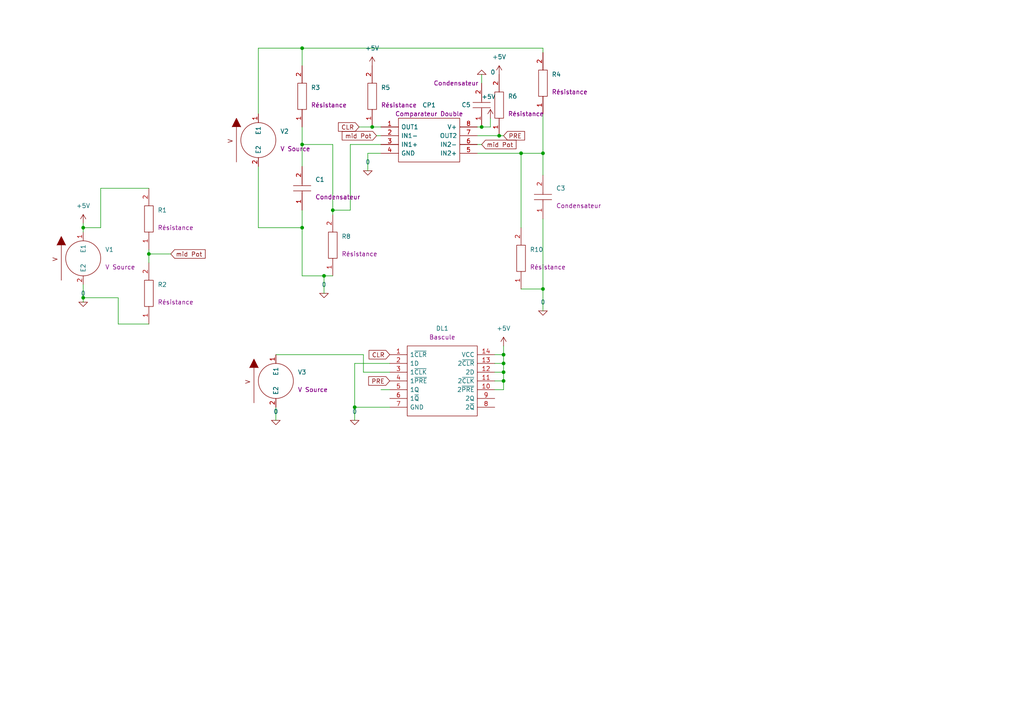
<source format=kicad_sch>
(kicad_sch (version 20211123) (generator eeschema)
  (paper "A4")
  (lib_symbols
    (symbol "EPSA_lib:Bascule D SN74HCS72QDRQ1" (pin_names (offset 0.762))
      (property "Reference" "DL" (at 38.1 8.89 0))
      (property "Render Name" "Bascule" (at 15.24 3.81 0))
      (symbol "Bascule D SN74HCS72QDRQ1_0_0"
        (pin passive line (at 0 0 0) (length 5.08) (name "1~{CLR}") (number "1"))
        (pin passive line (at 30.48 -10.16 180) (length 5.08) (name "2~{PRE}") (number "10"))
        (pin passive line (at 30.48 -7.62 180) (length 5.08) (name "2~{CLK}") (number "11"))
        (pin passive line (at 30.48 -5.08 180) (length 5.08) (name "2D") (number "12"))
        (pin passive line (at 30.48 -2.54 180) (length 5.08) (name "2~{CLR}") (number "13"))
        (pin passive line (at 30.48 0 180) (length 5.08) (name "VCC") (number "14"))
        (pin passive line (at 0 -2.54 0) (length 5.08) (name "1D") (number "2"))
        (pin passive line (at 0 -5.08 0) (length 5.08) (name "1~{CLK}") (number "3"))
        (pin passive line (at 0 -7.62 0) (length 5.08) (name "1~{PRE}") (number "4"))
        (pin passive line (at 0 -10.16 0) (length 5.08) (name "1Q") (number "5"))
        (pin passive line (at 0 -12.7 0) (length 5.08) (name "1~{Q}") (number "6"))
        (pin passive line (at 0 -15.24 0) (length 5.08) (name "GND") (number "7"))
        (pin passive line (at 30.48 -15.24 180) (length 5.08) (name "2~{Q}") (number "8"))
        (pin passive line (at 30.48 -12.7 180) (length 5.08) (name "2Q") (number "9"))
      )
      (symbol "Bascule D SN74HCS72QDRQ1_0_1"
        (polyline (pts (xy 5.08 2.54) (xy 25.4 2.54) (xy 25.4 -17.78) (xy 5.08 -17.78) (xy 5.08 2.54)) (stroke (width 0.1524)))
      )
    )
    (symbol "EPSA_lib:Comparateur Double LM393LVDR" (pin_names (offset 0.762))
      (property "Reference" "CP" (at 35.56 8.89 0))
      (property "Render Name" "Comparateur Double" (at 13.97 3.81 0))
      (symbol "Comparateur Double LM393LVDR_0_0"
        (pin passive line (at 0 0 0) (length 5.08) (name "OUT1") (number "1"))
        (pin passive line (at 0 -2.54 0) (length 5.08) (name "IN1-") (number "2"))
        (pin passive line (at 0 -5.08 0) (length 5.08) (name "IN1+") (number "3"))
        (pin passive line (at 0 -7.62 0) (length 5.08) (name "GND") (number "4"))
        (pin passive line (at 27.94 -7.62 180) (length 5.08) (name "IN2+") (number "5"))
        (pin passive line (at 27.94 -5.08 180) (length 5.08) (name "IN2-") (number "6"))
        (pin passive line (at 27.94 -2.54 180) (length 5.08) (name "OUT2") (number "7"))
        (pin passive line (at 27.94 0 180) (length 5.08) (name "V+") (number "8"))
      )
      (symbol "Comparateur Double LM393LVDR_0_1"
        (polyline (pts (xy 5.08 2.54) (xy 22.86 2.54) (xy 22.86 -10.16) (xy 5.08 -10.16) (xy 5.08 2.54)) (stroke (width 0.1524)))
      )
    )
    (symbol "EPSA_lib:Condensateur 0805Y1000104JXT" (pin_names (offset 0.762))
      (property "Reference" "C" (at 20.32 5.08 0))
      (property "Spice_Model" "10" (at 5.08 6.35 0))
      (property "Render Name" "Condensateur" (at 6.35 3.81 0))
      (symbol "Condensateur 0805Y1000104JXT_0_0"
        (pin passive line (at 0 0 0) (length 5.08) (name "~") (number "1"))
        (pin passive line (at 12.7 0 180) (length 5.08) (name "~") (number "2"))
      )
      (symbol "Condensateur 0805Y1000104JXT_0_1"
        (polyline (pts (xy 5.08 0) (xy 5.588 0)) (stroke (width 0.1524)))
        (polyline (pts (xy 5.588 2.54) (xy 5.588 -2.54)) (stroke (width 0.1524)))
        (polyline (pts (xy 7.112 0) (xy 7.62 0)) (stroke (width 0.1524)))
        (polyline (pts (xy 7.112 2.54) (xy 7.112 -2.54)) (stroke (width 0.1524)))
      )
    )
    (symbol "EPSA_lib:Résistance RK73H2BLTDD2152F" (pin_names (offset 0.762))
      (property "Reference" "R" (at 25.4 5.08 0))
      (property "Spice_Model" "10" (at 7.62 5.08 0))
      (property "Render Name" "Résistance" (at 8.89 2.54 0))
      (symbol "Résistance RK73H2BLTDD2152F_0_0"
        (pin passive line (at 0 0 0) (length 5.08) (name "~") (number "1"))
        (pin passive line (at 17.78 0 180) (length 5.08) (name "~") (number "2"))
      )
      (symbol "Résistance RK73H2BLTDD2152F_0_1"
        (polyline (pts (xy 5.08 1.27) (xy 12.7 1.27) (xy 12.7 -1.27) (xy 5.08 -1.27) (xy 5.08 1.27)) (stroke (width 0.1524)))
      )
    )
    (symbol "EPSA_lib:VSOURCE" (pin_names (offset 1.016)) (in_bom no) (on_board no)
      (property "Reference" "V" (at 8.89 12.7 0))
      (property "Spice_Model" "dc 5" (at -1.27 12.7 0))
      (property "Render Name" "V Source" (at -1.27 10.16 0))
      (symbol "VSOURCE_0_1"
        (circle (center -1.27 0) (radius 5.08))
        (polyline (pts (xy -7.62 6.35) (xy 2.54 6.35)) (fill (type outline)))
        (polyline (pts (xy 2.54 7.62) (xy 5.08 6.35) (xy 2.54 5.08)) (fill (type outline)))
        (text "V" (at -1.524 8.128 0) (effects (font (size 1.27 1.27))))
      )
      (symbol "VSOURCE_1_1"
        (pin input line (at 6.35 0 180) (length 2.54) (name "E1") (number "1"))
        (pin input line (at -8.89 0 0) (length 2.54) (name "E2") (number "2"))
      )
    )
    (symbol "power:+5V" (power) (pin_names (offset 0))
      (property "Value" "+5V" (at 0 3.556 0))
      (symbol "+5V_0_1"
        (polyline (pts (xy -0.762 1.27) (xy 0 2.54)))
        (polyline (pts (xy 0 0) (xy 0 2.54)))
        (polyline (pts (xy 0 2.54) (xy 0.762 1.27)))
      )
      (symbol "+5V_1_1"
        (pin power_in line (at 0 0 90) (length 0) hide (name "+5V") (number "1"))
      )
    )
    (symbol "pspice:0" (power) (pin_names (offset 0))
      (property "Value" "0" (at 0 -1.778 0))
      (symbol "0_0_1"
        (polyline (pts (xy -1.27 0) (xy 0 -1.27) (xy 1.27 0) (xy -1.27 0)))
      )
      (symbol "0_1_1"
        (pin power_in line (at 0 0 0) (length 0) hide (name "0") (number "1"))
      )
    )
  )
  (junction (at 146.05 102.87))
  (junction (at 151.13 44.45))
  (junction (at 144.78 39.37))
  (junction (at 157.48 83.82))
  (junction (at 93.98 80.01))
  (junction (at 102.87 118.11))
  (junction (at 146.05 105.41))
  (junction (at 107.95 36.83))
  (junction (at 139.7 36.83))
  (junction (at 146.05 107.95))
  (junction (at 96.52 60.96))
  (junction (at 87.63 13.97))
  (junction (at 87.63 66.04))
  (junction (at 157.48 44.45))
  (junction (at 43.18 73.66))
  (junction (at 146.05 110.49))
  (junction (at 87.63 41.91))
  (junction (at 24.13 86.36))
  (junction (at 24.13 66.04))
  (wire (pts (xy 157.48 13.97) (xy 157.48 15.24)))
  (wire (pts (xy 157.48 83.82) (xy 157.48 90.17)))
  (wire (pts (xy 143.51 102.87) (xy 146.05 102.87)))
  (wire (pts (xy 146.05 107.95) (xy 146.05 105.41)))
  (wire (pts (xy 87.63 41.91) (xy 96.52 41.91)))
  (wire (pts (xy 96.52 41.91) (xy 96.52 60.96)))
  (wire (pts (xy 113.03 105.41) (xy 102.87 105.41)))
  (wire (pts (xy 102.87 118.11) (xy 113.03 118.11)))
  (wire (pts (xy 104.14 36.83) (xy 107.95 36.83)))
  (wire (pts (xy 105.41 107.95) (xy 113.03 107.95)))
  (wire (pts (xy 87.63 60.96) (xy 87.63 66.04)))
  (wire (pts (xy 80.01 118.11) (xy 80.01 121.92)))
  (wire (pts (xy 87.63 80.01) (xy 93.98 80.01)))
  (wire (pts (xy 138.43 36.83) (xy 139.7 36.83)))
  (wire (pts (xy 43.18 93.98) (xy 34.29 93.98)))
  (wire (pts (xy 107.95 36.83) (xy 110.49 36.83)))
  (wire (pts (xy 74.93 66.04) (xy 87.63 66.04)))
  (wire (pts (xy 24.13 64.77) (xy 24.13 66.04)))
  (wire (pts (xy 24.13 66.04) (xy 24.13 67.31)))
  (wire (pts (xy 43.18 54.61) (xy 29.21 54.61)))
  (wire (pts (xy 43.18 73.66) (xy 43.18 76.2)))
  (wire (pts (xy 109.22 39.37) (xy 110.49 39.37)))
  (wire (pts (xy 105.41 102.87) (xy 105.41 107.95)))
  (wire (pts (xy 143.51 113.03) (xy 146.05 113.03)))
  (wire (pts (xy 87.63 80.01) (xy 87.63 66.04)))
  (wire (pts (xy 93.98 80.01) (xy 96.52 80.01)))
  (wire (pts (xy 146.05 100.33) (xy 146.05 102.87)))
  (wire (pts (xy 87.63 13.97) (xy 87.63 19.05)))
  (wire (pts (xy 143.51 105.41) (xy 146.05 105.41)))
  (wire (pts (xy 157.48 33.02) (xy 157.48 44.45)))
  (wire (pts (xy 24.13 86.36) (xy 24.13 87.63)))
  (wire (pts (xy 80.01 102.87) (xy 105.41 102.87)))
  (wire (pts (xy 29.21 66.04) (xy 24.13 66.04)))
  (wire (pts (xy 139.7 21.59) (xy 139.7 24.13)))
  (wire (pts (xy 74.93 48.26) (xy 74.93 66.04)))
  (wire (pts (xy 101.6 41.91) (xy 101.6 60.96)))
  (wire (pts (xy 93.98 80.01) (xy 93.98 85.09)))
  (wire (pts (xy 106.68 49.53) (xy 106.68 44.45)))
  (wire (pts (xy 87.63 36.83) (xy 87.63 41.91)))
  (wire (pts (xy 74.93 33.02) (xy 74.93 13.97)))
  (wire (pts (xy 87.63 13.97) (xy 157.48 13.97)))
  (wire (pts (xy 139.7 41.91) (xy 138.43 41.91)))
  (wire (pts (xy 87.63 41.91) (xy 87.63 48.26)))
  (wire (pts (xy 96.52 60.96) (xy 96.52 62.23)))
  (wire (pts (xy 146.05 105.41) (xy 146.05 102.87)))
  (wire (pts (xy 106.68 44.45) (xy 110.49 44.45)))
  (wire (pts (xy 43.18 73.66) (xy 49.53 73.66)))
  (wire (pts (xy 74.93 13.97) (xy 87.63 13.97)))
  (wire (pts (xy 151.13 83.82) (xy 157.48 83.82)))
  (wire (pts (xy 157.48 44.45) (xy 157.48 50.8)))
  (wire (pts (xy 146.05 107.95) (xy 146.05 110.49)))
  (wire (pts (xy 139.7 36.83) (xy 142.24 36.83)))
  (wire (pts (xy 144.78 39.37) (xy 138.43 39.37)))
  (wire (pts (xy 102.87 105.41) (xy 102.87 118.11)))
  (wire (pts (xy 151.13 44.45) (xy 151.13 66.04)))
  (wire (pts (xy 102.87 118.11) (xy 102.87 121.92)))
  (wire (pts (xy 138.43 44.45) (xy 151.13 44.45)))
  (wire (pts (xy 34.29 86.36) (xy 24.13 86.36)))
  (wire (pts (xy 143.51 107.95) (xy 146.05 107.95)))
  (wire (pts (xy 110.49 113.03) (xy 113.03 113.03)))
  (wire (pts (xy 146.05 39.37) (xy 144.78 39.37)))
  (wire (pts (xy 29.21 54.61) (xy 29.21 66.04)))
  (wire (pts (xy 146.05 110.49) (xy 146.05 113.03)))
  (wire (pts (xy 143.51 110.49) (xy 146.05 110.49)))
  (wire (pts (xy 101.6 60.96) (xy 96.52 60.96)))
  (wire (pts (xy 110.49 41.91) (xy 101.6 41.91)))
  (wire (pts (xy 157.48 63.5) (xy 157.48 83.82)))
  (wire (pts (xy 151.13 44.45) (xy 157.48 44.45)))
  (wire (pts (xy 34.29 93.98) (xy 34.29 86.36)))
  (wire (pts (xy 24.13 82.55) (xy 24.13 86.36)))
  (wire (pts (xy 142.24 36.83) (xy 142.24 34.29)))
  (wire (pts (xy 43.18 72.39) (xy 43.18 73.66)))
  (global_label "PRE" (shape input) (at 113.03 110.49 180) (property "Intersheet References" "${INTERSHEET_REFS}" (effects hide)))
  (global_label "CLR" (shape input) (at 104.14 36.83 180) (property "Intersheet References" "${INTERSHEET_REFS}" (effects hide)))
  (global_label "PRE" (shape input) (at 146.05 39.37 0) (property "Intersheet References" "${INTERSHEET_REFS}" (effects hide)))
  (global_label "mid Pot" (shape input) (at 109.22 39.37 180) (property "Intersheet References" "${INTERSHEET_REFS}" (effects hide)))
  (global_label "CLR" (shape input) (at 113.03 102.87 180) (property "Intersheet References" "${INTERSHEET_REFS}" (effects hide)))
  (global_label "mid Pot" (shape input) (at 49.53 73.66 0) (property "Intersheet References" "${INTERSHEET_REFS}" (effects hide)))
  (global_label "mid Pot" (shape input) (at 139.7 41.91 0) (property "Intersheet References" "${INTERSHEET_REFS}" (effects hide)))
  (symbol (lib_id "pspice:0") (at 106.68 49.53 0) (unit 1)
    (property "Reference" "#GND03" (effects hide))
    (property "Value" "0" (at 106.68 46.99 0))
  )
  (symbol (lib_id "EPSA_lib:Résistance RK73H2BLTDD2152F") (at 151.13 83.82 90) (unit 1)
    (property "Reference" "R10" (at 153.67 72.3899 90) (effects (justify right)))
    (property "Value" "Résistance RK73H2BLTDD2152F" (effects hide))
    (property "Footprint" "EPSA_lib:RESC3216X70N" (effects hide))
    (property "Datasheet" "http://www.koaspeer.com/catimages/Products/RK73H/RK73H.pdf" (effects hide))
    (property "Description" "Thick Film Resistors - SMD" (effects hide))
    (property "Height" "0.7" (effects hide))
    (property "Manufacturer_Name" "KOA Speer" (effects hide))
    (property "Manufacturer_Part_Number" "RK73H2BLTDD2152F" (effects hide))
    (property "Mouser Part Number" "N/A" (effects hide))
    (property "Mouser Price/Stock" "https://www.mouser.co.uk/ProductDetail/KOA-Speer/RK73H2BLTDD2152F?qs=WeIALVmW3zmyxMFsjVzMRw%3D%3D" (effects hide))
    (property "Spice_Primitive" "R" (effects hide))
    (property "Spice_Model" "600k" (at 153.67 74.9299 90) (effects (justify right)))
    (property "Spice_Netlist_Enabled" "Y" (effects hide))
    (property "Render Name" "Résistance" (at 153.67 77.4699 90) (effects (justify right)))
  )
  (symbol (lib_id "EPSA_lib:VSOURCE") (at 74.93 39.37 90) (unit 1) (in_bom no) (on_board no)
    (property "Reference" "V2" (at 81.28 38.0999 90) (effects (justify right)))
    (property "Value" "VSOURCE" (effects hide))
    (property "Spice_Primitive" "V" (effects hide))
    (property "Spice_Model" "dc 5 pulse(0 5 1 100m 100m 6 10)" (at 24.13 40.64 90) (effects (justify right)))
    (property "Spice_Netlist_Enabled" "Y" (effects hide))
    (property "Render Name" "V Source" (at 81.28 43.1799 90) (effects (justify right)))
  )
  (symbol (lib_id "power:+5V") (at 107.95 19.05 0) (unit 1)
    (property "Reference" "#PWR02" (effects hide))
    (property "Value" "+5V" (at 107.95 13.97 0))
  )
  (symbol (lib_id "pspice:0") (at 93.98 85.09 0) (unit 1)
    (property "Reference" "#GND02" (effects hide))
    (property "Value" "0" (at 93.98 82.55 0))
  )
  (symbol (lib_id "EPSA_lib:Résistance RK73H2BLTDD2152F") (at 87.63 36.83 90) (unit 1)
    (property "Reference" "R3" (at 90.17 25.3999 90) (effects (justify right)))
    (property "Value" "Résistance RK73H2BLTDD2152F" (effects hide))
    (property "Footprint" "EPSA_lib:RESC3216X70N" (effects hide))
    (property "Datasheet" "http://www.koaspeer.com/catimages/Products/RK73H/RK73H.pdf" (effects hide))
    (property "Description" "Thick Film Resistors - SMD" (effects hide))
    (property "Height" "0.7" (effects hide))
    (property "Manufacturer_Name" "KOA Speer" (effects hide))
    (property "Manufacturer_Part_Number" "RK73H2BLTDD2152F" (effects hide))
    (property "Mouser Part Number" "N/A" (effects hide))
    (property "Mouser Price/Stock" "https://www.mouser.co.uk/ProductDetail/KOA-Speer/RK73H2BLTDD2152F?qs=WeIALVmW3zmyxMFsjVzMRw%3D%3D" (effects hide))
    (property "Spice_Primitive" "R" (effects hide))
    (property "Spice_Model" "500k" (at 90.17 27.9399 90) (effects (justify right)))
    (property "Spice_Netlist_Enabled" "Y" (effects hide))
    (property "Render Name" "Résistance" (at 90.17 30.4799 90) (effects (justify right)))
  )
  (symbol (lib_id "power:+5V") (at 24.13 64.77 0) (unit 1)
    (property "Reference" "#PWR01" (effects hide))
    (property "Value" "+5V" (at 24.13 59.69 0))
  )
  (symbol (lib_id "EPSA_lib:Condensateur 0805Y1000104JXT") (at 87.63 60.96 90) (unit 1)
    (property "Reference" "C1" (at 91.44 52.0699 90) (effects (justify right)))
    (property "Value" "Condensateur 0805Y1000104JXT" (effects hide))
    (property "Footprint" "EPSA_lib:CAPC2012X130N" (effects hide))
    (property "Datasheet" "http://docs-europe.electrocomponents.com/webdocs/119d/0900766b8119d7bc.pdf" (effects hide))
    (property "Description" "Syfer 0805 Ceramic Chip Capacitors" (effects hide))
    (property "Height" "1.3" (effects hide))
    (property "Manufacturer_Name" "Syfer" (effects hide))
    (property "Manufacturer_Part_Number" "0805Y1000104JXT" (effects hide))
    (property "Arrow Part Number" "0805Y1000104JXT" (effects hide))
    (property "Arrow Price/Stock" "https://www.arrow.com/en/products/0805y1000104jxt/syfer-technology?region=europe" (effects hide))
    (property "Spice_Primitive" "C" (effects hide))
    (property "Spice_Model" "1u" (at 91.44 54.6099 90) (effects (justify right)))
    (property "Spice_Netlist_Enabled" "Y" (effects hide))
    (property "Render Name" "Condensateur" (at 91.44 57.1499 90) (effects (justify right)))
  )
  (symbol (lib_id "EPSA_lib:VSOURCE") (at 80.01 109.22 90) (unit 1) (in_bom no) (on_board no)
    (property "Reference" "V3" (at 86.36 107.9499 90) (effects (justify right)))
    (property "Value" "VSOURCE" (effects hide))
    (property "Spice_Primitive" "V" (effects hide))
    (property "Spice_Model" "dc 5 pulse(5 0 4 100m 100m 0.5 8)" (at 29.21 110.49 90) (effects (justify right)))
    (property "Spice_Netlist_Enabled" "Y" (effects hide))
    (property "Render Name" "V Source" (at 86.36 113.0299 90) (effects (justify right)))
  )
  (symbol (lib_id "EPSA_lib:Comparateur Double LM393LVDR") (at 110.49 36.83 0) (unit 1)
    (property "Reference" "CP1" (at 124.46 30.48 0))
    (property "Value" "Comparateur Double LM393LVDR" (effects hide))
    (property "Footprint" "EPSA_lib:SOIC127P600X175-8N" (effects hide))
    (property "Datasheet" "https://www.ti.com/lit/ds/symlink/lm393lv.pdf?ts=1609509320428&ref_url=https%253A%252F%252Feu.mouser.com%252F" (effects hide))
    (property "Description" "Analog Comparators 1.65-V to 5.5-V, low voltage dual commodity comparator" (effects hide))
    (property "Height" "1.75" (effects hide))
    (property "Manufacturer_Name" "Texas Instruments" (effects hide))
    (property "Manufacturer_Part_Number" "LM393LVDR" (effects hide))
    (property "Mouser Part Number" "595-LM393LVDR" (effects hide))
    (property "Mouser Price/Stock" "https://www.mouser.co.uk/ProductDetail/Texas-Instruments/LM393LVDR?qs=zW32dvEIR3vk5%2FzEI25KTQ%3D%3D" (effects hide))
    (property "Arrow Part Number" "LM393LVDR" (effects hide))
    (property "Arrow Price/Stock" "https://www.arrow.com/en/products/lm393lvdr/texas-instruments" (effects hide))
    (property "Spice_Primitive" "X" (effects hide))
    (property "Spice_Model" "LM2903B_Dual" (effects hide))
    (property "Spice_Netlist_Enabled" "Y" (effects hide))
    (property "Spice_Lib_File" "${EPSA}\\SpiceModel\\CD_lm393.lib" (effects hide))
    (property "Render Name" "Comparateur Double" (at 124.46 33.02 0))
  )
  (symbol (lib_id "EPSA_lib:Résistance RK73H2BLTDD2152F") (at 96.52 80.01 90) (unit 1)
    (property "Reference" "R8" (at 99.06 68.5799 90) (effects (justify right)))
    (property "Value" "Résistance RK73H2BLTDD2152F" (effects hide))
    (property "Footprint" "EPSA_lib:RESC3216X70N" (effects hide))
    (property "Datasheet" "http://www.koaspeer.com/catimages/Products/RK73H/RK73H.pdf" (effects hide))
    (property "Description" "Thick Film Resistors - SMD" (effects hide))
    (property "Height" "0.7" (effects hide))
    (property "Manufacturer_Name" "KOA Speer" (effects hide))
    (property "Manufacturer_Part_Number" "RK73H2BLTDD2152F" (effects hide))
    (property "Mouser Part Number" "N/A" (effects hide))
    (property "Mouser Price/Stock" "https://www.mouser.co.uk/ProductDetail/KOA-Speer/RK73H2BLTDD2152F?qs=WeIALVmW3zmyxMFsjVzMRw%3D%3D" (effects hide))
    (property "Spice_Primitive" "R" (effects hide))
    (property "Spice_Model" "600k" (at 99.06 71.1199 90) (effects (justify right)))
    (property "Spice_Netlist_Enabled" "Y" (effects hide))
    (property "Render Name" "Résistance" (at 99.06 73.6599 90) (effects (justify right)))
  )
  (symbol (lib_id "EPSA_lib:Résistance RK73H2BLTDD2152F") (at 144.78 39.37 90) (unit 1)
    (property "Reference" "R6" (at 147.32 27.9399 90) (effects (justify right)))
    (property "Value" "Résistance RK73H2BLTDD2152F" (effects hide))
    (property "Footprint" "EPSA_lib:RESC3216X70N" (effects hide))
    (property "Datasheet" "http://www.koaspeer.com/catimages/Products/RK73H/RK73H.pdf" (effects hide))
    (property "Description" "Thick Film Resistors - SMD" (effects hide))
    (property "Height" "0.7" (effects hide))
    (property "Manufacturer_Name" "KOA Speer" (effects hide))
    (property "Manufacturer_Part_Number" "RK73H2BLTDD2152F" (effects hide))
    (property "Mouser Part Number" "N/A" (effects hide))
    (property "Mouser Price/Stock" "https://www.mouser.co.uk/ProductDetail/KOA-Speer/RK73H2BLTDD2152F?qs=WeIALVmW3zmyxMFsjVzMRw%3D%3D" (effects hide))
    (property "Spice_Primitive" "R" (effects hide))
    (property "Spice_Model" "5k" (at 147.32 30.4799 90) (effects (justify right)))
    (property "Spice_Netlist_Enabled" "Y" (effects hide))
    (property "Render Name" "Résistance" (at 147.32 33.0199 90) (effects (justify right)))
  )
  (symbol (lib_id "EPSA_lib:Résistance RK73H2BLTDD2152F") (at 43.18 93.98 90) (unit 1)
    (property "Reference" "R2" (at 45.72 82.5499 90) (effects (justify right)))
    (property "Value" "Résistance RK73H2BLTDD2152F" (effects hide))
    (property "Footprint" "EPSA_lib:RESC3216X70N" (effects hide))
    (property "Datasheet" "http://www.koaspeer.com/catimages/Products/RK73H/RK73H.pdf" (effects hide))
    (property "Description" "Thick Film Resistors - SMD" (effects hide))
    (property "Height" "0.7" (effects hide))
    (property "Manufacturer_Name" "KOA Speer" (effects hide))
    (property "Manufacturer_Part_Number" "RK73H2BLTDD2152F" (effects hide))
    (property "Mouser Part Number" "N/A" (effects hide))
    (property "Mouser Price/Stock" "https://www.mouser.co.uk/ProductDetail/KOA-Speer/RK73H2BLTDD2152F?qs=WeIALVmW3zmyxMFsjVzMRw%3D%3D" (effects hide))
    (property "Spice_Primitive" "R" (effects hide))
    (property "Spice_Model" "50k" (at 45.72 85.0899 90) (effects (justify right)))
    (property "Spice_Netlist_Enabled" "Y" (effects hide))
    (property "Render Name" "Résistance" (at 45.72 87.6299 90) (effects (justify right)))
  )
  (symbol (lib_id "EPSA_lib:Bascule D SN74HCS72QDRQ1") (at 113.03 102.87 0) (unit 1)
    (property "Reference" "DL1" (at 128.27 95.25 0))
    (property "Value" "Bascule D SN74HCS72QDRQ1" (effects hide))
    (property "Footprint" "EPSA_lib:SOIC127P600X175-14N" (effects hide))
    (property "Datasheet" "http://www.ti.com/general/docs/suppproductinfo.tsp?distId=10&gotoUrl=http%3A%2F%2Fwww.ti.com%2Flit%2Fgpn%2Fsn74hcs72-q1" (effects hide))
    (property "Description" "Flip-Flops Automotive Schmitt-trigger input dual D-type negative-edge-triggered flip-flops w/ clear and preset 14-SOIC -40 to 125" (effects hide))
    (property "Height" "1.75" (effects hide))
    (property "Manufacturer_Name" "Texas Instruments" (effects hide))
    (property "Manufacturer_Part_Number" "SN74HCS72QDRQ1" (effects hide))
    (property "Mouser Part Number" "595-SN74HCS72QDRQ1" (effects hide))
    (property "Mouser Price/Stock" "https://www.mouser.co.uk/ProductDetail/Texas-Instruments/SN74HCS72QDRQ1?qs=Cb2nCFKsA8rdYGfO8j6PMA%3D%3D" (effects hide))
    (property "Arrow Part Number" "SN74HCS72QDRQ1" (effects hide))
    (property "Arrow Price/Stock" "https://www.arrow.com/en/products/sn74hcs72qdrq1/texas-instruments?region=nac" (effects hide))
    (property "Spice_Primitive" "X" (effects hide))
    (property "Spice_Model" "SN74HCS72_Double" (effects hide))
    (property "Spice_Netlist_Enabled" "Y" (effects hide))
    (property "Spice_Lib_File" "${EPSA}\\SpiceModel\\BD_SN74HCS72.lib" (effects hide))
    (property "Render Name" "Bascule" (at 128.27 97.79 0))
  )
  (symbol (lib_id "power:+5V") (at 144.78 21.59 0) (unit 1)
    (property "Reference" "#PWR05" (effects hide))
    (property "Value" "+5V" (at 144.78 16.51 0))
  )
  (symbol (lib_id "EPSA_lib:Condensateur 0805Y1000104JXT") (at 157.48 63.5 90) (unit 1)
    (property "Reference" "C3" (at 161.29 54.6099 90) (effects (justify right)))
    (property "Value" "Condensateur 0805Y1000104JXT" (effects hide))
    (property "Footprint" "EPSA_lib:CAPC2012X130N" (effects hide))
    (property "Datasheet" "http://docs-europe.electrocomponents.com/webdocs/119d/0900766b8119d7bc.pdf" (effects hide))
    (property "Description" "Syfer 0805 Ceramic Chip Capacitors" (effects hide))
    (property "Height" "1.3" (effects hide))
    (property "Manufacturer_Name" "Syfer" (effects hide))
    (property "Manufacturer_Part_Number" "0805Y1000104JXT" (effects hide))
    (property "Arrow Part Number" "0805Y1000104JXT" (effects hide))
    (property "Arrow Price/Stock" "https://www.arrow.com/en/products/0805y1000104jxt/syfer-technology?region=europe" (effects hide))
    (property "Spice_Primitive" "C" (effects hide))
    (property "Spice_Model" "2.2u" (at 161.29 57.1499 90) (effects (justify right)))
    (property "Spice_Netlist_Enabled" "Y" (effects hide))
    (property "Render Name" "Condensateur" (at 161.29 59.6899 90) (effects (justify right)))
  )
  (symbol (lib_id "pspice:0") (at 157.48 90.17 0) (unit 1)
    (property "Reference" "#GND05" (effects hide))
    (property "Value" "0" (at 157.48 87.63 0))
  )
  (symbol (lib_id "EPSA_lib:Résistance RK73H2BLTDD2152F") (at 43.18 72.39 90) (unit 1)
    (property "Reference" "R1" (at 45.72 60.9599 90) (effects (justify right)))
    (property "Value" "Résistance RK73H2BLTDD2152F" (effects hide))
    (property "Footprint" "EPSA_lib:RESC3216X70N" (effects hide))
    (property "Datasheet" "http://www.koaspeer.com/catimages/Products/RK73H/RK73H.pdf" (effects hide))
    (property "Description" "Thick Film Resistors - SMD" (effects hide))
    (property "Height" "0.7" (effects hide))
    (property "Manufacturer_Name" "KOA Speer" (effects hide))
    (property "Manufacturer_Part_Number" "RK73H2BLTDD2152F" (effects hide))
    (property "Mouser Part Number" "N/A" (effects hide))
    (property "Mouser Price/Stock" "https://www.mouser.co.uk/ProductDetail/KOA-Speer/RK73H2BLTDD2152F?qs=WeIALVmW3zmyxMFsjVzMRw%3D%3D" (effects hide))
    (property "Spice_Primitive" "R" (effects hide))
    (property "Spice_Model" "100k" (at 45.72 63.4999 90) (effects (justify right)))
    (property "Spice_Netlist_Enabled" "Y" (effects hide))
    (property "Render Name" "Résistance" (at 45.72 66.0399 90) (effects (justify right)))
  )
  (symbol (lib_id "EPSA_lib:Résistance RK73H2BLTDD2152F") (at 107.95 36.83 90) (unit 1)
    (property "Reference" "R5" (at 110.49 25.3999 90) (effects (justify right)))
    (property "Value" "Résistance RK73H2BLTDD2152F" (effects hide))
    (property "Footprint" "EPSA_lib:RESC3216X70N" (effects hide))
    (property "Datasheet" "http://www.koaspeer.com/catimages/Products/RK73H/RK73H.pdf" (effects hide))
    (property "Description" "Thick Film Resistors - SMD" (effects hide))
    (property "Height" "0.7" (effects hide))
    (property "Manufacturer_Name" "KOA Speer" (effects hide))
    (property "Manufacturer_Part_Number" "RK73H2BLTDD2152F" (effects hide))
    (property "Mouser Part Number" "N/A" (effects hide))
    (property "Mouser Price/Stock" "https://www.mouser.co.uk/ProductDetail/KOA-Speer/RK73H2BLTDD2152F?qs=WeIALVmW3zmyxMFsjVzMRw%3D%3D" (effects hide))
    (property "Spice_Primitive" "R" (effects hide))
    (property "Spice_Model" "5k" (at 110.49 27.9399 90) (effects (justify right)))
    (property "Spice_Netlist_Enabled" "Y" (effects hide))
    (property "Render Name" "Résistance" (at 110.49 30.4799 90) (effects (justify right)))
  )
  (symbol (lib_id "pspice:0") (at 102.87 121.92 0) (unit 1)
    (property "Reference" "#GND04" (effects hide))
    (property "Value" "0" (at 102.87 119.38 0))
  )
  (symbol (lib_id "EPSA_lib:Condensateur 0805Y1000104JXT") (at 139.7 36.83 90) (unit 1)
    (property "Reference" "C5" (at 133.8439 30.4124 90) (effects (justify right)))
    (property "Value" "Condensateur 0805Y1000104JXT" (effects hide))
    (property "Footprint" "EPSA_lib:CAPC2012X130N" (effects hide))
    (property "Datasheet" "http://docs-europe.electrocomponents.com/webdocs/119d/0900766b8119d7bc.pdf" (effects hide))
    (property "Description" "Syfer 0805 Ceramic Chip Capacitors" (effects hide))
    (property "Height" "1.3" (effects hide))
    (property "Manufacturer_Name" "Syfer" (effects hide))
    (property "Manufacturer_Part_Number" "0805Y1000104JXT" (effects hide))
    (property "Arrow Part Number" "0805Y1000104JXT" (effects hide))
    (property "Arrow Price/Stock" "https://www.arrow.com/en/products/0805y1000104jxt/syfer-technology?region=europe" (effects hide))
    (property "Spice_Primitive" "C" (effects hide))
    (property "Spice_Model" "0.1u" (at 134.62 27.94 90) (effects (justify right)))
    (property "Spice_Netlist_Enabled" "Y" (effects hide))
    (property "Render Name" "Condensateur" (at 125.73 24.13 90) (effects (justify right)))
  )
  (symbol (lib_id "pspice:0") (at 139.7 21.59 180) (unit 1)
    (property "Reference" "#GND07" (effects hide))
    (property "Value" "0" (at 142.24 20.9549 0) (effects (justify right)))
  )
  (symbol (lib_id "pspice:0") (at 80.01 121.92 0) (unit 1)
    (property "Reference" "#GND06" (effects hide))
    (property "Value" "0" (at 80.01 119.38 0))
  )
  (symbol (lib_id "EPSA_lib:VSOURCE") (at 24.13 73.66 90) (unit 1) (in_bom no) (on_board no)
    (property "Reference" "V1" (at 30.48 72.3899 90) (effects (justify right)))
    (property "Value" "VSOURCE" (effects hide))
    (property "Spice_Primitive" "V" (effects hide))
    (property "Spice_Model" "dc 5" (at 30.48 74.9299 90) (effects (justify right)))
    (property "Spice_Netlist_Enabled" "Y" (effects hide))
    (property "Render Name" "V Source" (at 30.48 77.4699 90) (effects (justify right)))
  )
  (symbol (lib_id "power:+5V") (at 142.24 34.29 0) (unit 1)
    (property "Reference" "#PWR03" (effects hide))
    (property "Value" "+5V" (at 141.7031 28.05 0))
  )
  (symbol (lib_id "pspice:0") (at 24.13 87.63 0) (unit 1)
    (property "Reference" "#GND01" (effects hide))
    (property "Value" "0" (at 24.13 85.09 0))
  )
  (symbol (lib_id "power:+5V") (at 146.05 100.33 0) (unit 1)
    (property "Reference" "#PWR04" (effects hide))
    (property "Value" "+5V" (at 146.05 95.25 0))
  )
  (symbol (lib_id "EPSA_lib:Résistance RK73H2BLTDD2152F") (at 157.48 33.02 90) (unit 1)
    (property "Reference" "R4" (at 160.02 21.5899 90) (effects (justify right)))
    (property "Value" "Résistance RK73H2BLTDD2152F" (effects hide))
    (property "Footprint" "EPSA_lib:RESC3216X70N" (effects hide))
    (property "Datasheet" "http://www.koaspeer.com/catimages/Products/RK73H/RK73H.pdf" (effects hide))
    (property "Description" "Thick Film Resistors - SMD" (effects hide))
    (property "Height" "0.7" (effects hide))
    (property "Manufacturer_Name" "KOA Speer" (effects hide))
    (property "Manufacturer_Part_Number" "RK73H2BLTDD2152F" (effects hide))
    (property "Mouser Part Number" "N/A" (effects hide))
    (property "Mouser Price/Stock" "https://www.mouser.co.uk/ProductDetail/KOA-Speer/RK73H2BLTDD2152F?qs=WeIALVmW3zmyxMFsjVzMRw%3D%3D" (effects hide))
    (property "Spice_Primitive" "R" (effects hide))
    (property "Spice_Model" "500k" (at 160.02 24.1299 90) (effects (justify right)))
    (property "Spice_Netlist_Enabled" "Y" (effects hide))
    (property "Render Name" "Résistance" (at 160.02 26.6699 90) (effects (justify right)))
  )
)
</source>
